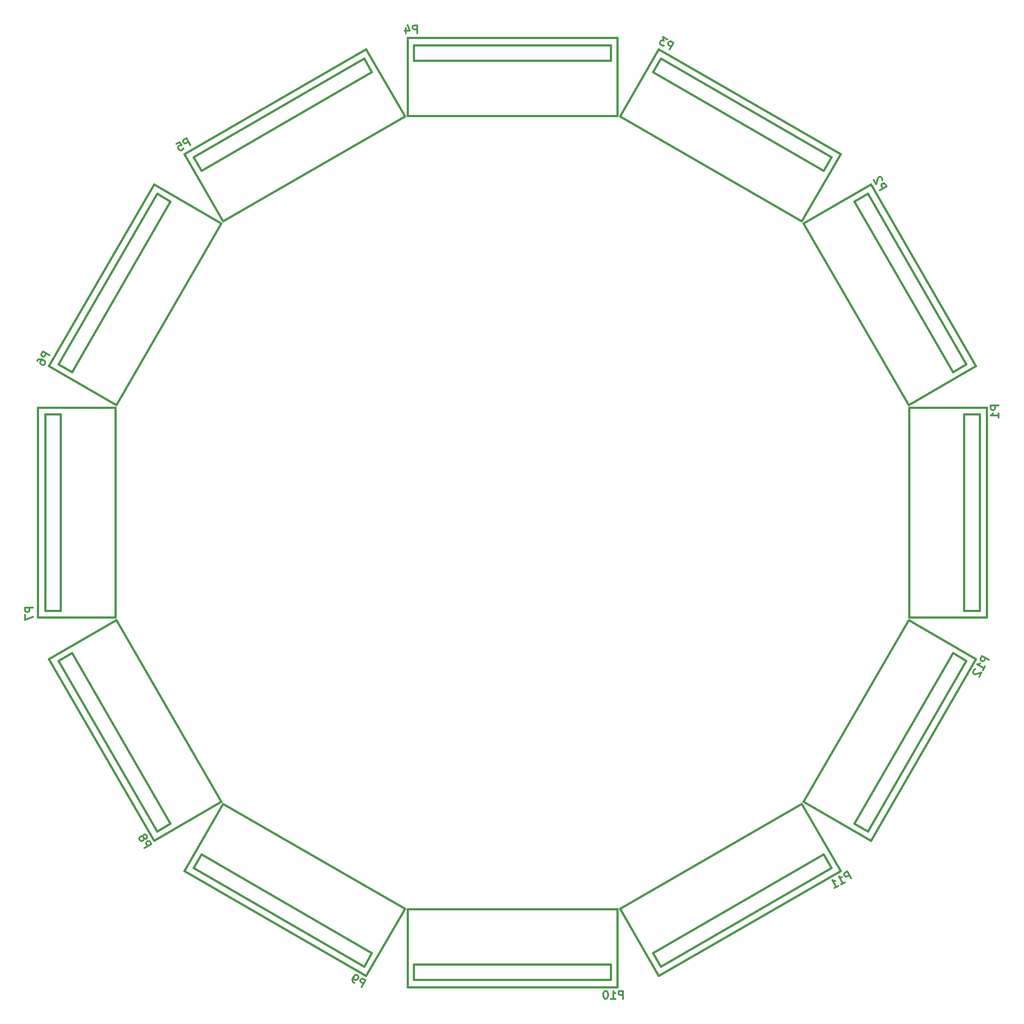
<source format=gbo>
%TF.GenerationSoftware,KiCad,Pcbnew,8.0.6-8.0.6-0~ubuntu22.04.1*%
%TF.CreationDate,2024-12-20T11:09:35-08:00*%
%TF.ProjectId,arena_top_12-12,6172656e-615f-4746-9f70-5f31322d3132,rev?*%
%TF.SameCoordinates,Original*%
%TF.FileFunction,Legend,Bot*%
%TF.FilePolarity,Positive*%
%FSLAX46Y46*%
G04 Gerber Fmt 4.6, Leading zero omitted, Abs format (unit mm)*
G04 Created by KiCad (PCBNEW 8.0.6-8.0.6-0~ubuntu22.04.1) date 2024-12-20 11:09:35*
%MOMM*%
%LPD*%
G01*
G04 APERTURE LIST*
G04 Aperture macros list*
%AMRotRect*
0 Rectangle, with rotation*
0 The origin of the aperture is its center*
0 $1 length*
0 $2 width*
0 $3 Rotation angle, in degrees counterclockwise*
0 Add horizontal line*
21,1,$1,$2,0,0,$3*%
G04 Aperture macros list end*
%ADD10C,0.304800*%
%ADD11C,0.381000*%
%ADD12R,1.600000X1.600000*%
%ADD13C,1.600000*%
%ADD14C,9.000000*%
%ADD15C,3.556000*%
%ADD16C,1.930400*%
%ADD17C,4.064000*%
%ADD18RotRect,1.600000X1.600000X240.000000*%
%ADD19RotRect,1.600000X1.600000X210.000000*%
%ADD20RotRect,1.600000X1.600000X150.000000*%
%ADD21RotRect,1.600000X1.600000X300.000000*%
%ADD22RotRect,1.600000X1.600000X60.000000*%
%ADD23RotRect,1.600000X1.600000X30.000000*%
%ADD24RotRect,1.600000X1.600000X120.000000*%
%ADD25RotRect,1.600000X1.600000X330.000000*%
G04 APERTURE END LIST*
D10*
X199150570Y-271663209D02*
X199150570Y-270139209D01*
X199150570Y-270139209D02*
X198569999Y-270139209D01*
X198569999Y-270139209D02*
X198424856Y-270211780D01*
X198424856Y-270211780D02*
X198352285Y-270284352D01*
X198352285Y-270284352D02*
X198279713Y-270429495D01*
X198279713Y-270429495D02*
X198279713Y-270647209D01*
X198279713Y-270647209D02*
X198352285Y-270792352D01*
X198352285Y-270792352D02*
X198424856Y-270864923D01*
X198424856Y-270864923D02*
X198569999Y-270937495D01*
X198569999Y-270937495D02*
X199150570Y-270937495D01*
X196828285Y-271663209D02*
X197699142Y-271663209D01*
X197263713Y-271663209D02*
X197263713Y-270139209D01*
X197263713Y-270139209D02*
X197408856Y-270356923D01*
X197408856Y-270356923D02*
X197553999Y-270502066D01*
X197553999Y-270502066D02*
X197699142Y-270574638D01*
X195884856Y-270139209D02*
X195739713Y-270139209D01*
X195739713Y-270139209D02*
X195594570Y-270211780D01*
X195594570Y-270211780D02*
X195521999Y-270284352D01*
X195521999Y-270284352D02*
X195449427Y-270429495D01*
X195449427Y-270429495D02*
X195376856Y-270719780D01*
X195376856Y-270719780D02*
X195376856Y-271082638D01*
X195376856Y-271082638D02*
X195449427Y-271372923D01*
X195449427Y-271372923D02*
X195521999Y-271518066D01*
X195521999Y-271518066D02*
X195594570Y-271590638D01*
X195594570Y-271590638D02*
X195739713Y-271663209D01*
X195739713Y-271663209D02*
X195884856Y-271663209D01*
X195884856Y-271663209D02*
X196029999Y-271590638D01*
X196029999Y-271590638D02*
X196102570Y-271518066D01*
X196102570Y-271518066D02*
X196175141Y-271372923D01*
X196175141Y-271372923D02*
X196247713Y-271082638D01*
X196247713Y-271082638D02*
X196247713Y-270719780D01*
X196247713Y-270719780D02*
X196175141Y-270429495D01*
X196175141Y-270429495D02*
X196102570Y-270284352D01*
X196102570Y-270284352D02*
X196029999Y-270211780D01*
X196029999Y-270211780D02*
X195884856Y-270139209D01*
X269763209Y-206241467D02*
X268443386Y-205479467D01*
X268443386Y-205479467D02*
X268153101Y-205982257D01*
X268153101Y-205982257D02*
X268143378Y-206144240D01*
X268143378Y-206144240D02*
X268169941Y-206243374D01*
X268169941Y-206243374D02*
X268259353Y-206378794D01*
X268259353Y-206378794D02*
X268447899Y-206487651D01*
X268447899Y-206487651D02*
X268609882Y-206497374D01*
X268609882Y-206497374D02*
X268709016Y-206470811D01*
X268709016Y-206470811D02*
X268844436Y-206381399D01*
X268844436Y-206381399D02*
X269134722Y-205878610D01*
X268602066Y-208252625D02*
X269037495Y-207498441D01*
X268819780Y-207875533D02*
X267499958Y-207113533D01*
X267499958Y-207113533D02*
X267761075Y-207096693D01*
X267761075Y-207096693D02*
X267959344Y-207043567D01*
X267959344Y-207043567D02*
X268094764Y-206954155D01*
X267117655Y-208065987D02*
X267018521Y-208092550D01*
X267018521Y-208092550D02*
X266883100Y-208181961D01*
X266883100Y-208181961D02*
X266701672Y-208496205D01*
X266701672Y-208496205D02*
X266691949Y-208658188D01*
X266691949Y-208658188D02*
X266718512Y-208757323D01*
X266718512Y-208757323D02*
X266807924Y-208892743D01*
X266807924Y-208892743D02*
X266933621Y-208965314D01*
X266933621Y-208965314D02*
X267158453Y-209011323D01*
X267158453Y-209011323D02*
X268348066Y-208692567D01*
X268348066Y-208692567D02*
X267876352Y-209509600D01*
X85315152Y-196175143D02*
X83791152Y-196175143D01*
X83791152Y-196175143D02*
X83791152Y-196755714D01*
X83791152Y-196755714D02*
X83863723Y-196900857D01*
X83863723Y-196900857D02*
X83936295Y-196973428D01*
X83936295Y-196973428D02*
X84081438Y-197046000D01*
X84081438Y-197046000D02*
X84299152Y-197046000D01*
X84299152Y-197046000D02*
X84444295Y-196973428D01*
X84444295Y-196973428D02*
X84516866Y-196900857D01*
X84516866Y-196900857D02*
X84589438Y-196755714D01*
X84589438Y-196755714D02*
X84589438Y-196175143D01*
X83791152Y-197554000D02*
X83791152Y-198570000D01*
X83791152Y-198570000D02*
X85315152Y-197916857D01*
X148730043Y-269400352D02*
X149492043Y-268080529D01*
X149492043Y-268080529D02*
X148989254Y-267790243D01*
X148989254Y-267790243D02*
X148827271Y-267780520D01*
X148827271Y-267780520D02*
X148728136Y-267807083D01*
X148728136Y-267807083D02*
X148592716Y-267896495D01*
X148592716Y-267896495D02*
X148483859Y-268085041D01*
X148483859Y-268085041D02*
X148474136Y-268247024D01*
X148474136Y-268247024D02*
X148500699Y-268346159D01*
X148500699Y-268346159D02*
X148590111Y-268481579D01*
X148590111Y-268481579D02*
X149092901Y-268771865D01*
X147347372Y-268602066D02*
X147095977Y-268456923D01*
X147095977Y-268456923D02*
X147006565Y-268321503D01*
X147006565Y-268321503D02*
X146980003Y-268222368D01*
X146980003Y-268222368D02*
X146963162Y-267961251D01*
X146963162Y-267961251D02*
X147045456Y-267673570D01*
X147045456Y-267673570D02*
X147335742Y-267170781D01*
X147335742Y-267170781D02*
X147471162Y-267081369D01*
X147471162Y-267081369D02*
X147570297Y-267054806D01*
X147570297Y-267054806D02*
X147732280Y-267064529D01*
X147732280Y-267064529D02*
X147983675Y-267209672D01*
X147983675Y-267209672D02*
X148073086Y-267345092D01*
X148073086Y-267345092D02*
X148099649Y-267444226D01*
X148099649Y-267444226D02*
X148089927Y-267606209D01*
X148089927Y-267606209D02*
X147908498Y-267920453D01*
X147908498Y-267920453D02*
X147773078Y-268009865D01*
X147773078Y-268009865D02*
X147673943Y-268036428D01*
X147673943Y-268036428D02*
X147511960Y-268026705D01*
X147511960Y-268026705D02*
X147260565Y-267881562D01*
X147260565Y-267881562D02*
X147171154Y-267746142D01*
X147171154Y-267746142D02*
X147144591Y-267647007D01*
X147144591Y-267647007D02*
X147154314Y-267485024D01*
X243221741Y-248412637D02*
X242459741Y-247092814D01*
X242459741Y-247092814D02*
X241956952Y-247383100D01*
X241956952Y-247383100D02*
X241867540Y-247518520D01*
X241867540Y-247518520D02*
X241840977Y-247617655D01*
X241840977Y-247617655D02*
X241850700Y-247779638D01*
X241850700Y-247779638D02*
X241959557Y-247968184D01*
X241959557Y-247968184D02*
X242094977Y-248057596D01*
X242094977Y-248057596D02*
X242194112Y-248084159D01*
X242194112Y-248084159D02*
X242356095Y-248074436D01*
X242356095Y-248074436D02*
X242858884Y-247784150D01*
X241210583Y-249573780D02*
X241964767Y-249138351D01*
X241587675Y-249356066D02*
X240825675Y-248036243D01*
X240825675Y-248036243D02*
X241060230Y-248152218D01*
X241060230Y-248152218D02*
X241258499Y-248205344D01*
X241258499Y-248205344D02*
X241420482Y-248195621D01*
X239953609Y-250299495D02*
X240707793Y-249864066D01*
X240330701Y-250081780D02*
X239568701Y-248761958D01*
X239568701Y-248761958D02*
X239803255Y-248877932D01*
X239803255Y-248877932D02*
X240001524Y-248931058D01*
X240001524Y-248931058D02*
X240163507Y-248921335D01*
X115644235Y-106893344D02*
X114882235Y-105573521D01*
X114882235Y-105573521D02*
X114379445Y-105863807D01*
X114379445Y-105863807D02*
X114290034Y-105999227D01*
X114290034Y-105999227D02*
X114263471Y-106098361D01*
X114263471Y-106098361D02*
X114273193Y-106260344D01*
X114273193Y-106260344D02*
X114382050Y-106448890D01*
X114382050Y-106448890D02*
X114517471Y-106538302D01*
X114517471Y-106538302D02*
X114616605Y-106564865D01*
X114616605Y-106564865D02*
X114778588Y-106555142D01*
X114778588Y-106555142D02*
X115281378Y-106264857D01*
X112933925Y-106698378D02*
X113562412Y-106335521D01*
X113562412Y-106335521D02*
X113988118Y-106927722D01*
X113988118Y-106927722D02*
X113888984Y-106901159D01*
X113888984Y-106901159D02*
X113727000Y-106910882D01*
X113727000Y-106910882D02*
X113412757Y-107092311D01*
X113412757Y-107092311D02*
X113323345Y-107227731D01*
X113323345Y-107227731D02*
X113296782Y-107326865D01*
X113296782Y-107326865D02*
X113306505Y-107488848D01*
X113306505Y-107488848D02*
X113487934Y-107803092D01*
X113487934Y-107803092D02*
X113623354Y-107892503D01*
X113623354Y-107892503D02*
X113722488Y-107919066D01*
X113722488Y-107919066D02*
X113884471Y-107909344D01*
X113884471Y-107909344D02*
X114198715Y-107727915D01*
X114198715Y-107727915D02*
X114288126Y-107592495D01*
X114288126Y-107592495D02*
X114314689Y-107493361D01*
X159424856Y-85315152D02*
X159424856Y-83791152D01*
X159424856Y-83791152D02*
X158844285Y-83791152D01*
X158844285Y-83791152D02*
X158699142Y-83863723D01*
X158699142Y-83863723D02*
X158626571Y-83936295D01*
X158626571Y-83936295D02*
X158553999Y-84081438D01*
X158553999Y-84081438D02*
X158553999Y-84299152D01*
X158553999Y-84299152D02*
X158626571Y-84444295D01*
X158626571Y-84444295D02*
X158699142Y-84516866D01*
X158699142Y-84516866D02*
X158844285Y-84589438D01*
X158844285Y-84589438D02*
X159424856Y-84589438D01*
X157247714Y-84299152D02*
X157247714Y-85315152D01*
X157610571Y-83718581D02*
X157973428Y-84807152D01*
X157973428Y-84807152D02*
X157029999Y-84807152D01*
X271663209Y-157175143D02*
X270139209Y-157175143D01*
X270139209Y-157175143D02*
X270139209Y-157755714D01*
X270139209Y-157755714D02*
X270211780Y-157900857D01*
X270211780Y-157900857D02*
X270284352Y-157973428D01*
X270284352Y-157973428D02*
X270429495Y-158046000D01*
X270429495Y-158046000D02*
X270647209Y-158046000D01*
X270647209Y-158046000D02*
X270792352Y-157973428D01*
X270792352Y-157973428D02*
X270864923Y-157900857D01*
X270864923Y-157900857D02*
X270937495Y-157755714D01*
X270937495Y-157755714D02*
X270937495Y-157175143D01*
X271663209Y-159497428D02*
X271663209Y-158626571D01*
X271663209Y-159062000D02*
X270139209Y-159062000D01*
X270139209Y-159062000D02*
X270356923Y-158916857D01*
X270356923Y-158916857D02*
X270502066Y-158771714D01*
X270502066Y-158771714D02*
X270574638Y-158626571D01*
X88518201Y-147470916D02*
X87198378Y-146708916D01*
X87198378Y-146708916D02*
X86908092Y-147211705D01*
X86908092Y-147211705D02*
X86898369Y-147373688D01*
X86898369Y-147373688D02*
X86924932Y-147472823D01*
X86924932Y-147472823D02*
X87014344Y-147608243D01*
X87014344Y-147608243D02*
X87202890Y-147717100D01*
X87202890Y-147717100D02*
X87364873Y-147726823D01*
X87364873Y-147726823D02*
X87464008Y-147700260D01*
X87464008Y-147700260D02*
X87599428Y-147610848D01*
X87599428Y-147610848D02*
X87889714Y-147108058D01*
X86109806Y-148594377D02*
X86254949Y-148342982D01*
X86254949Y-148342982D02*
X86390369Y-148253570D01*
X86390369Y-148253570D02*
X86489504Y-148227007D01*
X86489504Y-148227007D02*
X86750621Y-148210167D01*
X86750621Y-148210167D02*
X87038302Y-148292461D01*
X87038302Y-148292461D02*
X87541091Y-148582747D01*
X87541091Y-148582747D02*
X87630503Y-148718167D01*
X87630503Y-148718167D02*
X87657066Y-148817301D01*
X87657066Y-148817301D02*
X87647343Y-148979284D01*
X87647343Y-148979284D02*
X87502201Y-149230679D01*
X87502201Y-149230679D02*
X87366780Y-149320091D01*
X87366780Y-149320091D02*
X87267646Y-149346654D01*
X87267646Y-149346654D02*
X87105663Y-149336931D01*
X87105663Y-149336931D02*
X86791419Y-149155503D01*
X86791419Y-149155503D02*
X86702008Y-149020082D01*
X86702008Y-149020082D02*
X86675445Y-148920948D01*
X86675445Y-148920948D02*
X86685167Y-148758965D01*
X86685167Y-148758965D02*
X86830310Y-148507570D01*
X86830310Y-148507570D02*
X86965730Y-148418158D01*
X86965730Y-148418158D02*
X87064865Y-148391595D01*
X87064865Y-148391595D02*
X87226848Y-148401318D01*
X106824503Y-242593254D02*
X108144326Y-241831254D01*
X108144326Y-241831254D02*
X107854040Y-241328464D01*
X107854040Y-241328464D02*
X107718620Y-241239053D01*
X107718620Y-241239053D02*
X107619486Y-241212490D01*
X107619486Y-241212490D02*
X107457503Y-241222212D01*
X107457503Y-241222212D02*
X107268957Y-241331069D01*
X107268957Y-241331069D02*
X107179545Y-241466490D01*
X107179545Y-241466490D02*
X107152982Y-241565624D01*
X107152982Y-241565624D02*
X107162705Y-241727607D01*
X107162705Y-241727607D02*
X107452990Y-242230397D01*
X106707831Y-240649456D02*
X106843251Y-240738868D01*
X106843251Y-240738868D02*
X106942385Y-240765431D01*
X106942385Y-240765431D02*
X107104368Y-240755708D01*
X107104368Y-240755708D02*
X107167217Y-240719423D01*
X107167217Y-240719423D02*
X107256629Y-240584003D01*
X107256629Y-240584003D02*
X107283192Y-240484868D01*
X107283192Y-240484868D02*
X107273469Y-240322885D01*
X107273469Y-240322885D02*
X107128326Y-240071490D01*
X107128326Y-240071490D02*
X106992906Y-239982079D01*
X106992906Y-239982079D02*
X106893771Y-239955516D01*
X106893771Y-239955516D02*
X106731788Y-239965238D01*
X106731788Y-239965238D02*
X106668940Y-240001524D01*
X106668940Y-240001524D02*
X106579528Y-240136944D01*
X106579528Y-240136944D02*
X106552965Y-240236079D01*
X106552965Y-240236079D02*
X106562688Y-240398062D01*
X106562688Y-240398062D02*
X106707831Y-240649456D01*
X106707831Y-240649456D02*
X106717553Y-240811440D01*
X106717553Y-240811440D02*
X106690990Y-240910574D01*
X106690990Y-240910574D02*
X106601579Y-241045994D01*
X106601579Y-241045994D02*
X106350184Y-241191137D01*
X106350184Y-241191137D02*
X106188201Y-241200860D01*
X106188201Y-241200860D02*
X106089066Y-241174297D01*
X106089066Y-241174297D02*
X105953646Y-241084885D01*
X105953646Y-241084885D02*
X105808503Y-240833490D01*
X105808503Y-240833490D02*
X105798781Y-240671507D01*
X105798781Y-240671507D02*
X105825344Y-240572373D01*
X105825344Y-240572373D02*
X105914755Y-240436953D01*
X105914755Y-240436953D02*
X106166150Y-240291810D01*
X106166150Y-240291810D02*
X106328133Y-240282087D01*
X106328133Y-240282087D02*
X106427268Y-240308650D01*
X106427268Y-240308650D02*
X106562688Y-240398062D01*
X248706654Y-115644235D02*
X250026477Y-114882235D01*
X250026477Y-114882235D02*
X249736191Y-114379445D01*
X249736191Y-114379445D02*
X249600771Y-114290034D01*
X249600771Y-114290034D02*
X249501637Y-114263471D01*
X249501637Y-114263471D02*
X249339654Y-114273193D01*
X249339654Y-114273193D02*
X249151108Y-114382050D01*
X249151108Y-114382050D02*
X249061696Y-114517471D01*
X249061696Y-114517471D02*
X249035133Y-114616605D01*
X249035133Y-114616605D02*
X249044856Y-114778588D01*
X249044856Y-114778588D02*
X249335141Y-115281378D01*
X249175065Y-113697832D02*
X249201628Y-113598698D01*
X249201628Y-113598698D02*
X249191906Y-113436715D01*
X249191906Y-113436715D02*
X249010477Y-113122471D01*
X249010477Y-113122471D02*
X248875057Y-113033060D01*
X248875057Y-113033060D02*
X248775922Y-113006497D01*
X248775922Y-113006497D02*
X248613939Y-113016219D01*
X248613939Y-113016219D02*
X248488242Y-113088791D01*
X248488242Y-113088791D02*
X248335982Y-113260497D01*
X248335982Y-113260497D02*
X248017226Y-114450110D01*
X248017226Y-114450110D02*
X247545511Y-113633076D01*
X208129082Y-88518201D02*
X208891082Y-87198378D01*
X208891082Y-87198378D02*
X208388293Y-86908092D01*
X208388293Y-86908092D02*
X208226310Y-86898369D01*
X208226310Y-86898369D02*
X208127175Y-86924932D01*
X208127175Y-86924932D02*
X207991755Y-87014344D01*
X207991755Y-87014344D02*
X207882898Y-87202890D01*
X207882898Y-87202890D02*
X207873175Y-87364873D01*
X207873175Y-87364873D02*
X207899738Y-87464008D01*
X207899738Y-87464008D02*
X207989150Y-87599428D01*
X207989150Y-87599428D02*
X208491940Y-87889714D01*
X207696957Y-86508949D02*
X206879924Y-86037235D01*
X206879924Y-86037235D02*
X207029579Y-86794025D01*
X207029579Y-86794025D02*
X206841033Y-86685167D01*
X206841033Y-86685167D02*
X206679050Y-86675445D01*
X206679050Y-86675445D02*
X206579916Y-86702008D01*
X206579916Y-86702008D02*
X206444495Y-86791419D01*
X206444495Y-86791419D02*
X206263067Y-87105663D01*
X206263067Y-87105663D02*
X206253344Y-87267646D01*
X206253344Y-87267646D02*
X206279907Y-87366780D01*
X206279907Y-87366780D02*
X206369319Y-87502201D01*
X206369319Y-87502201D02*
X206746411Y-87719915D01*
X206746411Y-87719915D02*
X206908394Y-87729638D01*
X206908394Y-87729638D02*
X207007529Y-87703075D01*
%TO.C,P10*%
D11*
X157549999Y-269374028D02*
X198049999Y-269374028D01*
X198049999Y-254374028D01*
X157549999Y-254374028D01*
X157549999Y-269374028D01*
X158799999Y-267974028D02*
X196799999Y-267974028D01*
X196799999Y-264974028D01*
X158799999Y-264974028D01*
X158799999Y-267974028D01*
%TO.C,P12*%
X265392999Y-206432531D02*
X246392999Y-239341497D01*
X243794923Y-237841497D01*
X262794923Y-204932531D01*
X265392999Y-206432531D01*
X267230434Y-206050000D02*
X246980435Y-241124028D01*
X233990054Y-233624029D01*
X254240053Y-198550000D01*
X267230434Y-206050000D01*
%TO.C,P7*%
X86225971Y-157550000D02*
X101225971Y-157550000D01*
X101225971Y-198050000D01*
X86225971Y-198050000D01*
X86225971Y-157550000D01*
X87625971Y-158800000D02*
X90625971Y-158800000D01*
X90625971Y-196800000D01*
X87625971Y-196800000D01*
X87625971Y-158800000D01*
%TO.C,P9*%
X157049999Y-254240053D02*
X149549999Y-267230434D01*
X114475971Y-246980435D01*
X121975970Y-233990054D01*
X157049999Y-254240053D01*
X150667468Y-262794923D02*
X149167468Y-265392999D01*
X116258502Y-246392999D01*
X117758502Y-243794923D01*
X150667468Y-262794923D01*
%TO.C,P11*%
X241124028Y-246980435D02*
X206050000Y-267230434D01*
X198550000Y-254240053D01*
X233624029Y-233990054D01*
X241124028Y-246980435D01*
X239341497Y-246392999D02*
X206432531Y-265392999D01*
X204932531Y-262794923D01*
X237841497Y-243794923D01*
X239341497Y-246392999D01*
%TO.C,P5*%
X150667468Y-92805076D02*
X117758502Y-111805076D01*
X116258502Y-109207000D01*
X149167468Y-90207000D01*
X150667468Y-92805076D01*
X157049999Y-101359946D02*
X121975970Y-121609945D01*
X114475971Y-108619564D01*
X149549999Y-88369565D01*
X157049999Y-101359946D01*
%TO.C,P4*%
X196800000Y-87625971D02*
X158800000Y-87625971D01*
X158800000Y-90625971D01*
X196800000Y-90625971D01*
X196800000Y-87625971D01*
X198050000Y-86225971D02*
X157550000Y-86225971D01*
X157550000Y-101225971D01*
X198050000Y-101225971D01*
X198050000Y-86225971D01*
%TO.C,P1*%
X267974028Y-196800000D02*
X264974028Y-196800000D01*
X264974028Y-158800000D01*
X267974028Y-158800000D01*
X267974028Y-196800000D01*
X269374028Y-198050000D02*
X254374028Y-198050000D01*
X254374028Y-157550000D01*
X269374028Y-157550000D01*
X269374028Y-198050000D01*
%TO.C,P6*%
X121609945Y-121975970D02*
X101359946Y-157049999D01*
X88369565Y-149549999D01*
X108619564Y-114475971D01*
X121609945Y-121975970D01*
X111805076Y-117758502D02*
X92805076Y-150667468D01*
X90207000Y-149167468D01*
X109207000Y-116258502D01*
X111805076Y-117758502D01*
%TO.C,P8*%
X121609945Y-233624029D02*
X108619564Y-241124028D01*
X88369565Y-206050000D01*
X101359946Y-198550000D01*
X121609945Y-233624029D01*
X111805076Y-237841497D02*
X109207000Y-239341497D01*
X90207000Y-206432531D01*
X92805076Y-204932531D01*
X111805076Y-237841497D01*
%TO.C,P2*%
X265392999Y-149167468D02*
X262794923Y-150667468D01*
X243794923Y-117758502D01*
X246392999Y-116258502D01*
X265392999Y-149167468D01*
X267230434Y-149549999D02*
X254240054Y-157049999D01*
X233990054Y-121975971D01*
X246980435Y-114475971D01*
X267230434Y-149549999D01*
%TO.C,P3*%
X239341497Y-109207000D02*
X237841497Y-111805076D01*
X204932531Y-92805076D01*
X206432531Y-90207000D01*
X239341497Y-109207000D01*
X241124028Y-108619564D02*
X233624029Y-121609945D01*
X198550000Y-101359946D01*
X206050000Y-88369565D01*
X241124028Y-108619564D01*
%TD*%
%LPC*%
D12*
%TO.C,C16*%
X160020000Y-79070199D03*
D13*
X162520000Y-79070199D03*
%TD*%
D14*
%TO.C,H1*%
X76200000Y-76200000D03*
%TD*%
D15*
%TO.C,J4*%
X90504200Y-68506600D03*
D16*
X95000000Y-66500000D03*
D15*
X99495800Y-68506600D03*
D17*
X95000000Y-75491600D03*
D15*
X95000000Y-69497200D03*
%TD*%
D18*
%TO.C,C24*%
X272192515Y-211766968D03*
D13*
X270942515Y-213932032D03*
%TD*%
D19*
%TO.C,C23*%
X242562832Y-254412515D03*
D13*
X240397768Y-255662515D03*
%TD*%
D12*
%TO.C,C19*%
X79070199Y-195580000D03*
D13*
X79070199Y-193080000D03*
%TD*%
D20*
%TO.C,C21*%
X143833031Y-272192515D03*
D13*
X141667967Y-270942515D03*
%TD*%
D12*
%TO.C,C22*%
X195579999Y-276529800D03*
D13*
X193079999Y-276529800D03*
%TD*%
D14*
%TO.C,H3*%
X279400000Y-279400000D03*
%TD*%
%TO.C,H4*%
X76200000Y-279400000D03*
%TD*%
D21*
%TO.C,C14*%
X254412515Y-113037167D03*
D13*
X255662515Y-115202231D03*
%TD*%
D14*
%TO.C,H2*%
X279400000Y-76200000D03*
%TD*%
D22*
%TO.C,C18*%
X83407484Y-143833031D03*
D13*
X84657484Y-141667967D03*
%TD*%
D23*
%TO.C,C17*%
X113037167Y-101187484D03*
D13*
X115202231Y-99937484D03*
%TD*%
D24*
%TO.C,C20*%
X101187484Y-242562832D03*
D13*
X99937484Y-240397768D03*
%TD*%
D25*
%TO.C,C15*%
X211766968Y-83407484D03*
D13*
X213932032Y-84657484D03*
%TD*%
D12*
%TO.C,C13*%
X276529800Y-160020000D03*
D13*
X276529800Y-162520000D03*
%TD*%
D12*
%TO.C,P10*%
X160019999Y-266474028D03*
D13*
X162559999Y-266474028D03*
X165099999Y-266474028D03*
X167639999Y-266474028D03*
X170179999Y-266474028D03*
X172719999Y-266474028D03*
X175259999Y-266474028D03*
X177799999Y-266474028D03*
X180339999Y-266474028D03*
X182879999Y-266474028D03*
X185419999Y-266474028D03*
X187959999Y-266474028D03*
X190499999Y-266474028D03*
X193039999Y-266474028D03*
X195579999Y-266474028D03*
%TD*%
D22*
%TO.C,P12*%
X245703961Y-237534946D03*
D13*
X246973961Y-235335241D03*
X248243961Y-233135537D03*
X249513961Y-230935832D03*
X250783961Y-228736128D03*
X252053961Y-226536423D03*
X253323961Y-224336719D03*
X254593961Y-222137014D03*
X255863961Y-219937309D03*
X257133961Y-217737605D03*
X258403961Y-215537900D03*
X259673961Y-213338196D03*
X260943961Y-211138491D03*
X262213961Y-208938787D03*
X263483961Y-206739082D03*
%TD*%
D12*
%TO.C,P7*%
X89125971Y-160020000D03*
D13*
X89125971Y-162560000D03*
X89125971Y-165100000D03*
X89125971Y-167640000D03*
X89125971Y-170180000D03*
X89125971Y-172720000D03*
X89125971Y-175260000D03*
X89125971Y-177800000D03*
X89125971Y-180340000D03*
X89125971Y-182880000D03*
X89125971Y-185420000D03*
X89125971Y-187960000D03*
X89125971Y-190500000D03*
X89125971Y-193040000D03*
X89125971Y-195580000D03*
%TD*%
D25*
%TO.C,P9*%
X118065053Y-245703961D03*
D13*
X120264758Y-246973961D03*
X122464462Y-248243961D03*
X124664167Y-249513961D03*
X126863871Y-250783961D03*
X129063576Y-252053961D03*
X131263280Y-253323961D03*
X133462985Y-254593961D03*
X135662690Y-255863961D03*
X137862394Y-257133961D03*
X140062099Y-258403961D03*
X142261803Y-259673961D03*
X144461508Y-260943961D03*
X146661212Y-262213961D03*
X148860917Y-263483961D03*
%TD*%
D23*
%TO.C,P11*%
X206739082Y-263483961D03*
D13*
X208938787Y-262213961D03*
X211138491Y-260943961D03*
X213338196Y-259673961D03*
X215537900Y-258403961D03*
X217737605Y-257133961D03*
X219937309Y-255863961D03*
X222137014Y-254593961D03*
X224336719Y-253323961D03*
X226536423Y-252053961D03*
X228736128Y-250783961D03*
X230935832Y-249513961D03*
X233135537Y-248243961D03*
X235335241Y-246973961D03*
X237534946Y-245703961D03*
%TD*%
D19*
%TO.C,P5*%
X148860917Y-92116038D03*
D13*
X146661212Y-93386038D03*
X144461508Y-94656038D03*
X142261803Y-95926038D03*
X140062099Y-97196038D03*
X137862394Y-98466038D03*
X135662690Y-99736038D03*
X133462985Y-101006038D03*
X131263280Y-102276038D03*
X129063576Y-103546038D03*
X126863871Y-104816038D03*
X124664167Y-106086038D03*
X122464462Y-107356038D03*
X120264758Y-108626038D03*
X118065053Y-109896038D03*
%TD*%
D12*
%TO.C,P4*%
X195580000Y-89125971D03*
D13*
X193040000Y-89125971D03*
X190500000Y-89125971D03*
X187960000Y-89125971D03*
X185420000Y-89125971D03*
X182880000Y-89125971D03*
X180340000Y-89125971D03*
X177800000Y-89125971D03*
X175260000Y-89125971D03*
X172720000Y-89125971D03*
X170180000Y-89125971D03*
X167640000Y-89125971D03*
X165100000Y-89125971D03*
X162560000Y-89125971D03*
X160020000Y-89125971D03*
%TD*%
D12*
%TO.C,P1*%
X266474028Y-195580000D03*
D13*
X266474028Y-193040000D03*
X266474028Y-190500000D03*
X266474028Y-187960000D03*
X266474028Y-185420000D03*
X266474028Y-182880000D03*
X266474028Y-180340000D03*
X266474028Y-177800000D03*
X266474028Y-175260000D03*
X266474028Y-172720000D03*
X266474028Y-170180000D03*
X266474028Y-167640000D03*
X266474028Y-165100000D03*
X266474028Y-162560000D03*
X266474028Y-160020000D03*
%TD*%
D18*
%TO.C,P6*%
X109896038Y-118065053D03*
D13*
X108626038Y-120264758D03*
X107356038Y-122464462D03*
X106086038Y-124664167D03*
X104816038Y-126863871D03*
X103546038Y-129063576D03*
X102276038Y-131263280D03*
X101006038Y-133462985D03*
X99736038Y-135662690D03*
X98466038Y-137862394D03*
X97196038Y-140062099D03*
X95926038Y-142261803D03*
X94656038Y-144461508D03*
X93386038Y-146661212D03*
X92116038Y-148860917D03*
%TD*%
D21*
%TO.C,P8*%
X92116038Y-206739082D03*
D13*
X93386038Y-208938787D03*
X94656038Y-211138491D03*
X95926038Y-213338196D03*
X97196038Y-215537900D03*
X98466038Y-217737605D03*
X99736038Y-219937309D03*
X101006038Y-222137014D03*
X102276038Y-224336719D03*
X103546038Y-226536423D03*
X104816038Y-228736128D03*
X106086038Y-230935832D03*
X107356038Y-233135537D03*
X108626038Y-235335241D03*
X109896038Y-237534946D03*
%TD*%
D24*
%TO.C,P2*%
X263483961Y-148860917D03*
D13*
X262213961Y-146661212D03*
X260943961Y-144461508D03*
X259673961Y-142261803D03*
X258403961Y-140062099D03*
X257133961Y-137862394D03*
X255863961Y-135662690D03*
X254593961Y-133462985D03*
X253323961Y-131263280D03*
X252053961Y-129063576D03*
X250783961Y-126863871D03*
X249513961Y-124664167D03*
X248243961Y-122464462D03*
X246973961Y-120264758D03*
X245703961Y-118065053D03*
%TD*%
D20*
%TO.C,P3*%
X237534946Y-109896038D03*
D13*
X235335241Y-108626038D03*
X233135537Y-107356038D03*
X230935832Y-106086038D03*
X228736128Y-104816038D03*
X226536423Y-103546038D03*
X224336719Y-102276038D03*
X222137014Y-101006038D03*
X219937309Y-99736038D03*
X217737605Y-98466038D03*
X215537900Y-97196038D03*
X213338196Y-95926038D03*
X211138491Y-94656038D03*
X208938787Y-93386038D03*
X206739082Y-92116038D03*
%TD*%
%LPD*%
M02*

</source>
